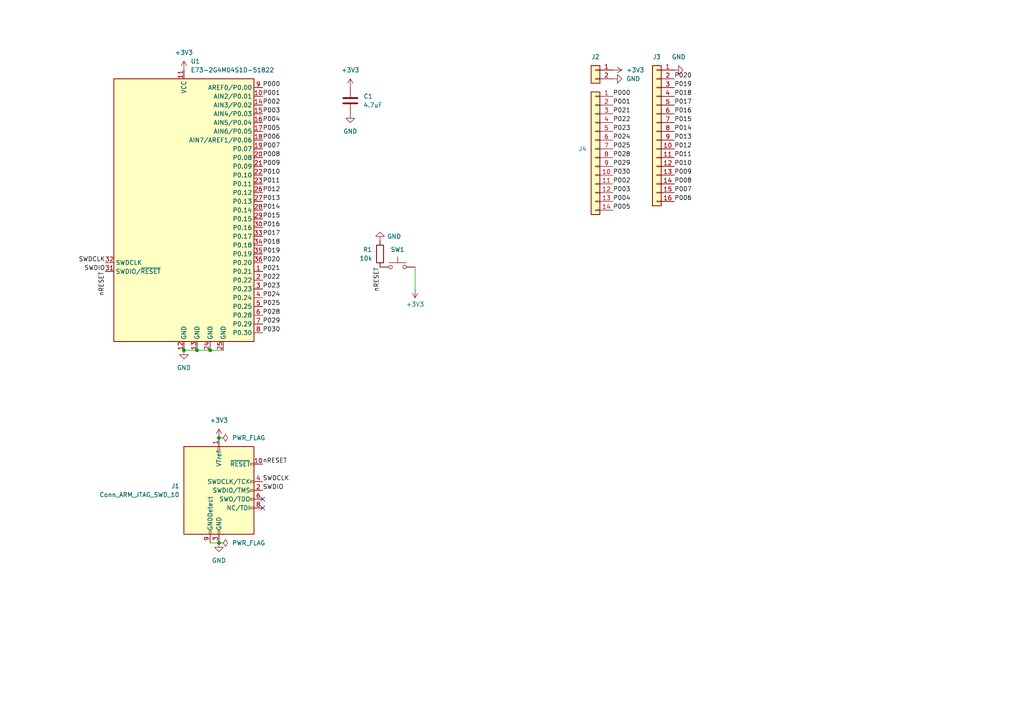
<source format=kicad_sch>
(kicad_sch (version 20230121) (generator eeschema)

  (uuid f6e5ecd9-5ec4-404f-8f96-dcf253f13277)

  (paper "A4")

  (title_block
    (title "E73-2G4M04S1D-51822 Breakout")
    (date "2023-06-24")
    (rev "v0.1")
    (company "Namnlos")
    (comment 1 "Jan Lindblom")
  )

  (lib_symbols
    (symbol "Connector:Conn_ARM_JTAG_SWD_10" (pin_names (offset 1.016)) (in_bom yes) (on_board yes)
      (property "Reference" "J" (at -2.54 16.51 0)
        (effects (font (size 1.27 1.27)) (justify right))
      )
      (property "Value" "Conn_ARM_JTAG_SWD_10" (at -2.54 13.97 0)
        (effects (font (size 1.27 1.27)) (justify right bottom))
      )
      (property "Footprint" "" (at 0 0 0)
        (effects (font (size 1.27 1.27)) hide)
      )
      (property "Datasheet" "http://infocenter.arm.com/help/topic/com.arm.doc.ddi0314h/DDI0314H_coresight_components_trm.pdf" (at -8.89 -31.75 90)
        (effects (font (size 1.27 1.27)) hide)
      )
      (property "ki_keywords" "Cortex Debug Connector ARM SWD JTAG" (at 0 0 0)
        (effects (font (size 1.27 1.27)) hide)
      )
      (property "ki_description" "Cortex Debug Connector, standard ARM Cortex-M SWD and JTAG interface" (at 0 0 0)
        (effects (font (size 1.27 1.27)) hide)
      )
      (property "ki_fp_filters" "PinHeader?2x05?P1.27mm*" (at 0 0 0)
        (effects (font (size 1.27 1.27)) hide)
      )
      (symbol "Conn_ARM_JTAG_SWD_10_0_1"
        (rectangle (start -10.16 12.7) (end 10.16 -12.7)
          (stroke (width 0.254) (type default))
          (fill (type background))
        )
        (rectangle (start -2.794 -12.7) (end -2.286 -11.684)
          (stroke (width 0) (type default))
          (fill (type none))
        )
        (rectangle (start -0.254 -12.7) (end 0.254 -11.684)
          (stroke (width 0) (type default))
          (fill (type none))
        )
        (rectangle (start -0.254 12.7) (end 0.254 11.684)
          (stroke (width 0) (type default))
          (fill (type none))
        )
        (rectangle (start 9.144 2.286) (end 10.16 2.794)
          (stroke (width 0) (type default))
          (fill (type none))
        )
        (rectangle (start 10.16 -2.794) (end 9.144 -2.286)
          (stroke (width 0) (type default))
          (fill (type none))
        )
        (rectangle (start 10.16 -0.254) (end 9.144 0.254)
          (stroke (width 0) (type default))
          (fill (type none))
        )
        (rectangle (start 10.16 7.874) (end 9.144 7.366)
          (stroke (width 0) (type default))
          (fill (type none))
        )
      )
      (symbol "Conn_ARM_JTAG_SWD_10_1_1"
        (rectangle (start 9.144 -5.334) (end 10.16 -4.826)
          (stroke (width 0) (type default))
          (fill (type none))
        )
        (pin power_in line (at 0 15.24 270) (length 2.54)
          (name "VTref" (effects (font (size 1.27 1.27))))
          (number "1" (effects (font (size 1.27 1.27))))
        )
        (pin open_collector line (at 12.7 7.62 180) (length 2.54)
          (name "~{RESET}" (effects (font (size 1.27 1.27))))
          (number "10" (effects (font (size 1.27 1.27))))
        )
        (pin bidirectional line (at 12.7 0 180) (length 2.54)
          (name "SWDIO/TMS" (effects (font (size 1.27 1.27))))
          (number "2" (effects (font (size 1.27 1.27))))
        )
        (pin power_in line (at 0 -15.24 90) (length 2.54)
          (name "GND" (effects (font (size 1.27 1.27))))
          (number "3" (effects (font (size 1.27 1.27))))
        )
        (pin output line (at 12.7 2.54 180) (length 2.54)
          (name "SWDCLK/TCK" (effects (font (size 1.27 1.27))))
          (number "4" (effects (font (size 1.27 1.27))))
        )
        (pin passive line (at 0 -15.24 90) (length 2.54) hide
          (name "GND" (effects (font (size 1.27 1.27))))
          (number "5" (effects (font (size 1.27 1.27))))
        )
        (pin input line (at 12.7 -2.54 180) (length 2.54)
          (name "SWO/TDO" (effects (font (size 1.27 1.27))))
          (number "6" (effects (font (size 1.27 1.27))))
        )
        (pin no_connect line (at -10.16 0 0) (length 2.54) hide
          (name "KEY" (effects (font (size 1.27 1.27))))
          (number "7" (effects (font (size 1.27 1.27))))
        )
        (pin output line (at 12.7 -5.08 180) (length 2.54)
          (name "NC/TDI" (effects (font (size 1.27 1.27))))
          (number "8" (effects (font (size 1.27 1.27))))
        )
        (pin passive line (at -2.54 -15.24 90) (length 2.54)
          (name "GNDDetect" (effects (font (size 1.27 1.27))))
          (number "9" (effects (font (size 1.27 1.27))))
        )
      )
    )
    (symbol "Connector_Generic:Conn_01x02" (pin_names (offset 1.016) hide) (in_bom yes) (on_board yes)
      (property "Reference" "J" (at 0 2.54 0)
        (effects (font (size 1.27 1.27)))
      )
      (property "Value" "Conn_01x02" (at 0 -5.08 0)
        (effects (font (size 1.27 1.27)))
      )
      (property "Footprint" "" (at 0 0 0)
        (effects (font (size 1.27 1.27)) hide)
      )
      (property "Datasheet" "~" (at 0 0 0)
        (effects (font (size 1.27 1.27)) hide)
      )
      (property "ki_keywords" "connector" (at 0 0 0)
        (effects (font (size 1.27 1.27)) hide)
      )
      (property "ki_description" "Generic connector, single row, 01x02, script generated (kicad-library-utils/schlib/autogen/connector/)" (at 0 0 0)
        (effects (font (size 1.27 1.27)) hide)
      )
      (property "ki_fp_filters" "Connector*:*_1x??_*" (at 0 0 0)
        (effects (font (size 1.27 1.27)) hide)
      )
      (symbol "Conn_01x02_1_1"
        (rectangle (start -1.27 -2.413) (end 0 -2.667)
          (stroke (width 0.1524) (type default))
          (fill (type none))
        )
        (rectangle (start -1.27 0.127) (end 0 -0.127)
          (stroke (width 0.1524) (type default))
          (fill (type none))
        )
        (rectangle (start -1.27 1.27) (end 1.27 -3.81)
          (stroke (width 0.254) (type default))
          (fill (type background))
        )
        (pin passive line (at -5.08 0 0) (length 3.81)
          (name "Pin_1" (effects (font (size 1.27 1.27))))
          (number "1" (effects (font (size 1.27 1.27))))
        )
        (pin passive line (at -5.08 -2.54 0) (length 3.81)
          (name "Pin_2" (effects (font (size 1.27 1.27))))
          (number "2" (effects (font (size 1.27 1.27))))
        )
      )
    )
    (symbol "Connector_Generic:Conn_01x14" (pin_names (offset 1.016) hide) (in_bom yes) (on_board yes)
      (property "Reference" "J" (at 0 17.78 0)
        (effects (font (size 1.27 1.27)))
      )
      (property "Value" "Conn_01x14" (at 0 -20.32 0)
        (effects (font (size 1.27 1.27)))
      )
      (property "Footprint" "" (at 0 0 0)
        (effects (font (size 1.27 1.27)) hide)
      )
      (property "Datasheet" "~" (at 0 0 0)
        (effects (font (size 1.27 1.27)) hide)
      )
      (property "ki_keywords" "connector" (at 0 0 0)
        (effects (font (size 1.27 1.27)) hide)
      )
      (property "ki_description" "Generic connector, single row, 01x14, script generated (kicad-library-utils/schlib/autogen/connector/)" (at 0 0 0)
        (effects (font (size 1.27 1.27)) hide)
      )
      (property "ki_fp_filters" "Connector*:*_1x??_*" (at 0 0 0)
        (effects (font (size 1.27 1.27)) hide)
      )
      (symbol "Conn_01x14_1_1"
        (rectangle (start -1.27 -17.653) (end 0 -17.907)
          (stroke (width 0.1524) (type default))
          (fill (type none))
        )
        (rectangle (start -1.27 -15.113) (end 0 -15.367)
          (stroke (width 0.1524) (type default))
          (fill (type none))
        )
        (rectangle (start -1.27 -12.573) (end 0 -12.827)
          (stroke (width 0.1524) (type default))
          (fill (type none))
        )
        (rectangle (start -1.27 -10.033) (end 0 -10.287)
          (stroke (width 0.1524) (type default))
          (fill (type none))
        )
        (rectangle (start -1.27 -7.493) (end 0 -7.747)
          (stroke (width 0.1524) (type default))
          (fill (type none))
        )
        (rectangle (start -1.27 -4.953) (end 0 -5.207)
          (stroke (width 0.1524) (type default))
          (fill (type none))
        )
        (rectangle (start -1.27 -2.413) (end 0 -2.667)
          (stroke (width 0.1524) (type default))
          (fill (type none))
        )
        (rectangle (start -1.27 0.127) (end 0 -0.127)
          (stroke (width 0.1524) (type default))
          (fill (type none))
        )
        (rectangle (start -1.27 2.667) (end 0 2.413)
          (stroke (width 0.1524) (type default))
          (fill (type none))
        )
        (rectangle (start -1.27 5.207) (end 0 4.953)
          (stroke (width 0.1524) (type default))
          (fill (type none))
        )
        (rectangle (start -1.27 7.747) (end 0 7.493)
          (stroke (width 0.1524) (type default))
          (fill (type none))
        )
        (rectangle (start -1.27 10.287) (end 0 10.033)
          (stroke (width 0.1524) (type default))
          (fill (type none))
        )
        (rectangle (start -1.27 12.827) (end 0 12.573)
          (stroke (width 0.1524) (type default))
          (fill (type none))
        )
        (rectangle (start -1.27 15.367) (end 0 15.113)
          (stroke (width 0.1524) (type default))
          (fill (type none))
        )
        (rectangle (start -1.27 16.51) (end 1.27 -19.05)
          (stroke (width 0.254) (type default))
          (fill (type background))
        )
        (pin passive line (at -5.08 15.24 0) (length 3.81)
          (name "Pin_1" (effects (font (size 1.27 1.27))))
          (number "1" (effects (font (size 1.27 1.27))))
        )
        (pin passive line (at -5.08 -7.62 0) (length 3.81)
          (name "Pin_10" (effects (font (size 1.27 1.27))))
          (number "10" (effects (font (size 1.27 1.27))))
        )
        (pin passive line (at -5.08 -10.16 0) (length 3.81)
          (name "Pin_11" (effects (font (size 1.27 1.27))))
          (number "11" (effects (font (size 1.27 1.27))))
        )
        (pin passive line (at -5.08 -12.7 0) (length 3.81)
          (name "Pin_12" (effects (font (size 1.27 1.27))))
          (number "12" (effects (font (size 1.27 1.27))))
        )
        (pin passive line (at -5.08 -15.24 0) (length 3.81)
          (name "Pin_13" (effects (font (size 1.27 1.27))))
          (number "13" (effects (font (size 1.27 1.27))))
        )
        (pin passive line (at -5.08 -17.78 0) (length 3.81)
          (name "Pin_14" (effects (font (size 1.27 1.27))))
          (number "14" (effects (font (size 1.27 1.27))))
        )
        (pin passive line (at -5.08 12.7 0) (length 3.81)
          (name "Pin_2" (effects (font (size 1.27 1.27))))
          (number "2" (effects (font (size 1.27 1.27))))
        )
        (pin passive line (at -5.08 10.16 0) (length 3.81)
          (name "Pin_3" (effects (font (size 1.27 1.27))))
          (number "3" (effects (font (size 1.27 1.27))))
        )
        (pin passive line (at -5.08 7.62 0) (length 3.81)
          (name "Pin_4" (effects (font (size 1.27 1.27))))
          (number "4" (effects (font (size 1.27 1.27))))
        )
        (pin passive line (at -5.08 5.08 0) (length 3.81)
          (name "Pin_5" (effects (font (size 1.27 1.27))))
          (number "5" (effects (font (size 1.27 1.27))))
        )
        (pin passive line (at -5.08 2.54 0) (length 3.81)
          (name "Pin_6" (effects (font (size 1.27 1.27))))
          (number "6" (effects (font (size 1.27 1.27))))
        )
        (pin passive line (at -5.08 0 0) (length 3.81)
          (name "Pin_7" (effects (font (size 1.27 1.27))))
          (number "7" (effects (font (size 1.27 1.27))))
        )
        (pin passive line (at -5.08 -2.54 0) (length 3.81)
          (name "Pin_8" (effects (font (size 1.27 1.27))))
          (number "8" (effects (font (size 1.27 1.27))))
        )
        (pin passive line (at -5.08 -5.08 0) (length 3.81)
          (name "Pin_9" (effects (font (size 1.27 1.27))))
          (number "9" (effects (font (size 1.27 1.27))))
        )
      )
    )
    (symbol "Connector_Generic:Conn_01x16" (pin_names (offset 1.016) hide) (in_bom yes) (on_board yes)
      (property "Reference" "J" (at 0 20.32 0)
        (effects (font (size 1.27 1.27)))
      )
      (property "Value" "Conn_01x16" (at 0 -22.86 0)
        (effects (font (size 1.27 1.27)))
      )
      (property "Footprint" "" (at 0 0 0)
        (effects (font (size 1.27 1.27)) hide)
      )
      (property "Datasheet" "~" (at 0 0 0)
        (effects (font (size 1.27 1.27)) hide)
      )
      (property "ki_keywords" "connector" (at 0 0 0)
        (effects (font (size 1.27 1.27)) hide)
      )
      (property "ki_description" "Generic connector, single row, 01x16, script generated (kicad-library-utils/schlib/autogen/connector/)" (at 0 0 0)
        (effects (font (size 1.27 1.27)) hide)
      )
      (property "ki_fp_filters" "Connector*:*_1x??_*" (at 0 0 0)
        (effects (font (size 1.27 1.27)) hide)
      )
      (symbol "Conn_01x16_1_1"
        (rectangle (start -1.27 -20.193) (end 0 -20.447)
          (stroke (width 0.1524) (type default))
          (fill (type none))
        )
        (rectangle (start -1.27 -17.653) (end 0 -17.907)
          (stroke (width 0.1524) (type default))
          (fill (type none))
        )
        (rectangle (start -1.27 -15.113) (end 0 -15.367)
          (stroke (width 0.1524) (type default))
          (fill (type none))
        )
        (rectangle (start -1.27 -12.573) (end 0 -12.827)
          (stroke (width 0.1524) (type default))
          (fill (type none))
        )
        (rectangle (start -1.27 -10.033) (end 0 -10.287)
          (stroke (width 0.1524) (type default))
          (fill (type none))
        )
        (rectangle (start -1.27 -7.493) (end 0 -7.747)
          (stroke (width 0.1524) (type default))
          (fill (type none))
        )
        (rectangle (start -1.27 -4.953) (end 0 -5.207)
          (stroke (width 0.1524) (type default))
          (fill (type none))
        )
        (rectangle (start -1.27 -2.413) (end 0 -2.667)
          (stroke (width 0.1524) (type default))
          (fill (type none))
        )
        (rectangle (start -1.27 0.127) (end 0 -0.127)
          (stroke (width 0.1524) (type default))
          (fill (type none))
        )
        (rectangle (start -1.27 2.667) (end 0 2.413)
          (stroke (width 0.1524) (type default))
          (fill (type none))
        )
        (rectangle (start -1.27 5.207) (end 0 4.953)
          (stroke (width 0.1524) (type default))
          (fill (type none))
        )
        (rectangle (start -1.27 7.747) (end 0 7.493)
          (stroke (width 0.1524) (type default))
          (fill (type none))
        )
        (rectangle (start -1.27 10.287) (end 0 10.033)
          (stroke (width 0.1524) (type default))
          (fill (type none))
        )
        (rectangle (start -1.27 12.827) (end 0 12.573)
          (stroke (width 0.1524) (type default))
          (fill (type none))
        )
        (rectangle (start -1.27 15.367) (end 0 15.113)
          (stroke (width 0.1524) (type default))
          (fill (type none))
        )
        (rectangle (start -1.27 17.907) (end 0 17.653)
          (stroke (width 0.1524) (type default))
          (fill (type none))
        )
        (rectangle (start -1.27 19.05) (end 1.27 -21.59)
          (stroke (width 0.254) (type default))
          (fill (type background))
        )
        (pin passive line (at -5.08 17.78 0) (length 3.81)
          (name "Pin_1" (effects (font (size 1.27 1.27))))
          (number "1" (effects (font (size 1.27 1.27))))
        )
        (pin passive line (at -5.08 -5.08 0) (length 3.81)
          (name "Pin_10" (effects (font (size 1.27 1.27))))
          (number "10" (effects (font (size 1.27 1.27))))
        )
        (pin passive line (at -5.08 -7.62 0) (length 3.81)
          (name "Pin_11" (effects (font (size 1.27 1.27))))
          (number "11" (effects (font (size 1.27 1.27))))
        )
        (pin passive line (at -5.08 -10.16 0) (length 3.81)
          (name "Pin_12" (effects (font (size 1.27 1.27))))
          (number "12" (effects (font (size 1.27 1.27))))
        )
        (pin passive line (at -5.08 -12.7 0) (length 3.81)
          (name "Pin_13" (effects (font (size 1.27 1.27))))
          (number "13" (effects (font (size 1.27 1.27))))
        )
        (pin passive line (at -5.08 -15.24 0) (length 3.81)
          (name "Pin_14" (effects (font (size 1.27 1.27))))
          (number "14" (effects (font (size 1.27 1.27))))
        )
        (pin passive line (at -5.08 -17.78 0) (length 3.81)
          (name "Pin_15" (effects (font (size 1.27 1.27))))
          (number "15" (effects (font (size 1.27 1.27))))
        )
        (pin passive line (at -5.08 -20.32 0) (length 3.81)
          (name "Pin_16" (effects (font (size 1.27 1.27))))
          (number "16" (effects (font (size 1.27 1.27))))
        )
        (pin passive line (at -5.08 15.24 0) (length 3.81)
          (name "Pin_2" (effects (font (size 1.27 1.27))))
          (number "2" (effects (font (size 1.27 1.27))))
        )
        (pin passive line (at -5.08 12.7 0) (length 3.81)
          (name "Pin_3" (effects (font (size 1.27 1.27))))
          (number "3" (effects (font (size 1.27 1.27))))
        )
        (pin passive line (at -5.08 10.16 0) (length 3.81)
          (name "Pin_4" (effects (font (size 1.27 1.27))))
          (number "4" (effects (font (size 1.27 1.27))))
        )
        (pin passive line (at -5.08 7.62 0) (length 3.81)
          (name "Pin_5" (effects (font (size 1.27 1.27))))
          (number "5" (effects (font (size 1.27 1.27))))
        )
        (pin passive line (at -5.08 5.08 0) (length 3.81)
          (name "Pin_6" (effects (font (size 1.27 1.27))))
          (number "6" (effects (font (size 1.27 1.27))))
        )
        (pin passive line (at -5.08 2.54 0) (length 3.81)
          (name "Pin_7" (effects (font (size 1.27 1.27))))
          (number "7" (effects (font (size 1.27 1.27))))
        )
        (pin passive line (at -5.08 0 0) (length 3.81)
          (name "Pin_8" (effects (font (size 1.27 1.27))))
          (number "8" (effects (font (size 1.27 1.27))))
        )
        (pin passive line (at -5.08 -2.54 0) (length 3.81)
          (name "Pin_9" (effects (font (size 1.27 1.27))))
          (number "9" (effects (font (size 1.27 1.27))))
        )
      )
    )
    (symbol "Device:C" (pin_numbers hide) (pin_names (offset 0.254)) (in_bom yes) (on_board yes)
      (property "Reference" "C" (at 0.635 2.54 0)
        (effects (font (size 1.27 1.27)) (justify left))
      )
      (property "Value" "C" (at 0.635 -2.54 0)
        (effects (font (size 1.27 1.27)) (justify left))
      )
      (property "Footprint" "" (at 0.9652 -3.81 0)
        (effects (font (size 1.27 1.27)) hide)
      )
      (property "Datasheet" "~" (at 0 0 0)
        (effects (font (size 1.27 1.27)) hide)
      )
      (property "ki_keywords" "cap capacitor" (at 0 0 0)
        (effects (font (size 1.27 1.27)) hide)
      )
      (property "ki_description" "Unpolarized capacitor" (at 0 0 0)
        (effects (font (size 1.27 1.27)) hide)
      )
      (property "ki_fp_filters" "C_*" (at 0 0 0)
        (effects (font (size 1.27 1.27)) hide)
      )
      (symbol "C_0_1"
        (polyline
          (pts
            (xy -2.032 -0.762)
            (xy 2.032 -0.762)
          )
          (stroke (width 0.508) (type default))
          (fill (type none))
        )
        (polyline
          (pts
            (xy -2.032 0.762)
            (xy 2.032 0.762)
          )
          (stroke (width 0.508) (type default))
          (fill (type none))
        )
      )
      (symbol "C_1_1"
        (pin passive line (at 0 3.81 270) (length 2.794)
          (name "~" (effects (font (size 1.27 1.27))))
          (number "1" (effects (font (size 1.27 1.27))))
        )
        (pin passive line (at 0 -3.81 90) (length 2.794)
          (name "~" (effects (font (size 1.27 1.27))))
          (number "2" (effects (font (size 1.27 1.27))))
        )
      )
    )
    (symbol "Device:R" (pin_numbers hide) (pin_names (offset 0)) (in_bom yes) (on_board yes)
      (property "Reference" "R" (at 2.032 0 90)
        (effects (font (size 1.27 1.27)))
      )
      (property "Value" "R" (at 0 0 90)
        (effects (font (size 1.27 1.27)))
      )
      (property "Footprint" "" (at -1.778 0 90)
        (effects (font (size 1.27 1.27)) hide)
      )
      (property "Datasheet" "~" (at 0 0 0)
        (effects (font (size 1.27 1.27)) hide)
      )
      (property "ki_keywords" "R res resistor" (at 0 0 0)
        (effects (font (size 1.27 1.27)) hide)
      )
      (property "ki_description" "Resistor" (at 0 0 0)
        (effects (font (size 1.27 1.27)) hide)
      )
      (property "ki_fp_filters" "R_*" (at 0 0 0)
        (effects (font (size 1.27 1.27)) hide)
      )
      (symbol "R_0_1"
        (rectangle (start -1.016 -2.54) (end 1.016 2.54)
          (stroke (width 0.254) (type default))
          (fill (type none))
        )
      )
      (symbol "R_1_1"
        (pin passive line (at 0 3.81 270) (length 1.27)
          (name "~" (effects (font (size 1.27 1.27))))
          (number "1" (effects (font (size 1.27 1.27))))
        )
        (pin passive line (at 0 -3.81 90) (length 1.27)
          (name "~" (effects (font (size 1.27 1.27))))
          (number "2" (effects (font (size 1.27 1.27))))
        )
      )
    )
    (symbol "RF_Module:E73-2G4M04S1D-51822" (in_bom yes) (on_board yes)
      (property "Reference" "U" (at 0 1.27 0)
        (effects (font (size 1.27 1.27)))
      )
      (property "Value" "E73-2G4M04S1D-51822" (at 0 -1.27 0)
        (effects (font (size 1.27 1.27)))
      )
      (property "Footprint" "RF_Module:E73-2G4M04S" (at 0 11.43 0)
        (effects (font (size 1.27 1.27)) hide)
      )
      (property "Datasheet" "https://www.cdebyte.com/pdf-down.aspx?id=558" (at 0 8.89 0)
        (effects (font (size 1.27 1.27)) hide)
      )
      (property "ki_keywords" "BLE5, BLE, nRF52832" (at 0 0 0)
        (effects (font (size 1.27 1.27)) hide)
      )
      (property "ki_description" "nRF52832 BLE5 Module" (at 0 0 0)
        (effects (font (size 1.27 1.27)) hide)
      )
      (property "ki_fp_filters" "E73*2G4M04S*" (at 0 0 0)
        (effects (font (size 1.27 1.27)) hide)
      )
      (symbol "E73-2G4M04S1D-51822_0_1"
        (rectangle (start -20.32 38.1) (end 20.32 -38.1)
          (stroke (width 0.254) (type default))
          (fill (type background))
        )
      )
      (symbol "E73-2G4M04S1D-51822_1_1"
        (pin bidirectional line (at 22.86 -17.78 180) (length 2.54)
          (name "P0.21" (effects (font (size 1.27 1.27))))
          (number "1" (effects (font (size 1.27 1.27))))
        )
        (pin bidirectional line (at 22.86 33.02 180) (length 2.54)
          (name "AIN2/P0.01" (effects (font (size 1.27 1.27))))
          (number "10" (effects (font (size 1.27 1.27))))
        )
        (pin power_in line (at 0 40.64 270) (length 2.54)
          (name "VCC" (effects (font (size 1.27 1.27))))
          (number "11" (effects (font (size 1.27 1.27))))
        )
        (pin power_in line (at 0 -40.64 90) (length 2.54)
          (name "GND" (effects (font (size 1.27 1.27))))
          (number "12" (effects (font (size 1.27 1.27))))
        )
        (pin power_in line (at 3.81 -40.64 90) (length 2.54)
          (name "GND" (effects (font (size 1.27 1.27))))
          (number "13" (effects (font (size 1.27 1.27))))
        )
        (pin bidirectional line (at 22.86 30.48 180) (length 2.54)
          (name "AIN3/P0.02" (effects (font (size 1.27 1.27))))
          (number "14" (effects (font (size 1.27 1.27))))
        )
        (pin bidirectional line (at 22.86 27.94 180) (length 2.54)
          (name "AIN4/P0.03" (effects (font (size 1.27 1.27))))
          (number "15" (effects (font (size 1.27 1.27))))
        )
        (pin bidirectional line (at 22.86 25.4 180) (length 2.54)
          (name "AIN5/P0.04" (effects (font (size 1.27 1.27))))
          (number "16" (effects (font (size 1.27 1.27))))
        )
        (pin bidirectional line (at 22.86 22.86 180) (length 2.54)
          (name "AIN6/P0.05" (effects (font (size 1.27 1.27))))
          (number "17" (effects (font (size 1.27 1.27))))
        )
        (pin bidirectional line (at 22.86 20.32 180) (length 2.54)
          (name "AIN7/AREF1/P0.06" (effects (font (size 1.27 1.27))))
          (number "18" (effects (font (size 1.27 1.27))))
        )
        (pin bidirectional line (at 22.86 17.78 180) (length 2.54)
          (name "P0.07" (effects (font (size 1.27 1.27))))
          (number "19" (effects (font (size 1.27 1.27))))
        )
        (pin bidirectional line (at 22.86 -20.32 180) (length 2.54)
          (name "P0.22" (effects (font (size 1.27 1.27))))
          (number "2" (effects (font (size 1.27 1.27))))
        )
        (pin bidirectional line (at 22.86 15.24 180) (length 2.54)
          (name "P0.08" (effects (font (size 1.27 1.27))))
          (number "20" (effects (font (size 1.27 1.27))))
        )
        (pin bidirectional line (at 22.86 12.7 180) (length 2.54)
          (name "P0.09" (effects (font (size 1.27 1.27))))
          (number "21" (effects (font (size 1.27 1.27))))
        )
        (pin bidirectional line (at 22.86 10.16 180) (length 2.54)
          (name "P0.10" (effects (font (size 1.27 1.27))))
          (number "22" (effects (font (size 1.27 1.27))))
        )
        (pin bidirectional line (at 22.86 7.62 180) (length 2.54)
          (name "P0.11" (effects (font (size 1.27 1.27))))
          (number "23" (effects (font (size 1.27 1.27))))
        )
        (pin power_in line (at 7.62 -40.64 90) (length 2.54)
          (name "GND" (effects (font (size 1.27 1.27))))
          (number "24" (effects (font (size 1.27 1.27))))
        )
        (pin power_in line (at 11.43 -40.64 90) (length 2.54)
          (name "GND" (effects (font (size 1.27 1.27))))
          (number "25" (effects (font (size 1.27 1.27))))
        )
        (pin bidirectional line (at 22.86 5.08 180) (length 2.54)
          (name "P0.12" (effects (font (size 1.27 1.27))))
          (number "26" (effects (font (size 1.27 1.27))))
        )
        (pin bidirectional line (at 22.86 2.54 180) (length 2.54)
          (name "P0.13" (effects (font (size 1.27 1.27))))
          (number "27" (effects (font (size 1.27 1.27))))
        )
        (pin bidirectional line (at 22.86 0 180) (length 2.54)
          (name "P0.14" (effects (font (size 1.27 1.27))))
          (number "28" (effects (font (size 1.27 1.27))))
        )
        (pin bidirectional line (at 22.86 -2.54 180) (length 2.54)
          (name "P0.15" (effects (font (size 1.27 1.27))))
          (number "29" (effects (font (size 1.27 1.27))))
        )
        (pin bidirectional line (at 22.86 -22.86 180) (length 2.54)
          (name "P0.23" (effects (font (size 1.27 1.27))))
          (number "3" (effects (font (size 1.27 1.27))))
        )
        (pin bidirectional line (at 22.86 -5.08 180) (length 2.54)
          (name "P0.16" (effects (font (size 1.27 1.27))))
          (number "30" (effects (font (size 1.27 1.27))))
        )
        (pin input line (at -22.86 -17.78 0) (length 2.54)
          (name "SWDIO/~{RESET}" (effects (font (size 1.27 1.27))))
          (number "31" (effects (font (size 1.27 1.27))))
        )
        (pin input line (at -22.86 -15.24 0) (length 2.54)
          (name "SWDCLK" (effects (font (size 1.27 1.27))))
          (number "32" (effects (font (size 1.27 1.27))))
        )
        (pin bidirectional line (at 22.86 -7.62 180) (length 2.54)
          (name "P0.17" (effects (font (size 1.27 1.27))))
          (number "33" (effects (font (size 1.27 1.27))))
        )
        (pin bidirectional line (at 22.86 -10.16 180) (length 2.54)
          (name "P0.18" (effects (font (size 1.27 1.27))))
          (number "34" (effects (font (size 1.27 1.27))))
        )
        (pin bidirectional line (at 22.86 -12.7 180) (length 2.54)
          (name "P0.19" (effects (font (size 1.27 1.27))))
          (number "35" (effects (font (size 1.27 1.27))))
        )
        (pin bidirectional line (at 22.86 -15.24 180) (length 2.54)
          (name "P0.20" (effects (font (size 1.27 1.27))))
          (number "36" (effects (font (size 1.27 1.27))))
        )
        (pin bidirectional line (at 22.86 -25.4 180) (length 2.54)
          (name "P0.24" (effects (font (size 1.27 1.27))))
          (number "4" (effects (font (size 1.27 1.27))))
        )
        (pin bidirectional line (at 22.86 -27.94 180) (length 2.54)
          (name "P0.25" (effects (font (size 1.27 1.27))))
          (number "5" (effects (font (size 1.27 1.27))))
        )
        (pin bidirectional line (at 22.86 -30.48 180) (length 2.54)
          (name "P0.28" (effects (font (size 1.27 1.27))))
          (number "6" (effects (font (size 1.27 1.27))))
        )
        (pin bidirectional line (at 22.86 -33.02 180) (length 2.54)
          (name "P0.29" (effects (font (size 1.27 1.27))))
          (number "7" (effects (font (size 1.27 1.27))))
        )
        (pin bidirectional line (at 22.86 -35.56 180) (length 2.54)
          (name "P0.30" (effects (font (size 1.27 1.27))))
          (number "8" (effects (font (size 1.27 1.27))))
        )
        (pin bidirectional line (at 22.86 35.56 180) (length 2.54)
          (name "AREF0/P0.00" (effects (font (size 1.27 1.27))))
          (number "9" (effects (font (size 1.27 1.27))))
        )
      )
    )
    (symbol "Switch:SW_Push" (pin_numbers hide) (pin_names (offset 1.016) hide) (in_bom yes) (on_board yes)
      (property "Reference" "SW" (at 1.27 2.54 0)
        (effects (font (size 1.27 1.27)) (justify left))
      )
      (property "Value" "SW_Push" (at 0 -1.524 0)
        (effects (font (size 1.27 1.27)))
      )
      (property "Footprint" "" (at 0 5.08 0)
        (effects (font (size 1.27 1.27)) hide)
      )
      (property "Datasheet" "~" (at 0 5.08 0)
        (effects (font (size 1.27 1.27)) hide)
      )
      (property "ki_keywords" "switch normally-open pushbutton push-button" (at 0 0 0)
        (effects (font (size 1.27 1.27)) hide)
      )
      (property "ki_description" "Push button switch, generic, two pins" (at 0 0 0)
        (effects (font (size 1.27 1.27)) hide)
      )
      (symbol "SW_Push_0_1"
        (circle (center -2.032 0) (radius 0.508)
          (stroke (width 0) (type default))
          (fill (type none))
        )
        (polyline
          (pts
            (xy 0 1.27)
            (xy 0 3.048)
          )
          (stroke (width 0) (type default))
          (fill (type none))
        )
        (polyline
          (pts
            (xy 2.54 1.27)
            (xy -2.54 1.27)
          )
          (stroke (width 0) (type default))
          (fill (type none))
        )
        (circle (center 2.032 0) (radius 0.508)
          (stroke (width 0) (type default))
          (fill (type none))
        )
        (pin passive line (at -5.08 0 0) (length 2.54)
          (name "1" (effects (font (size 1.27 1.27))))
          (number "1" (effects (font (size 1.27 1.27))))
        )
        (pin passive line (at 5.08 0 180) (length 2.54)
          (name "2" (effects (font (size 1.27 1.27))))
          (number "2" (effects (font (size 1.27 1.27))))
        )
      )
    )
    (symbol "power:+3V3" (power) (pin_names (offset 0)) (in_bom yes) (on_board yes)
      (property "Reference" "#PWR" (at 0 -3.81 0)
        (effects (font (size 1.27 1.27)) hide)
      )
      (property "Value" "+3V3" (at 0 3.556 0)
        (effects (font (size 1.27 1.27)))
      )
      (property "Footprint" "" (at 0 0 0)
        (effects (font (size 1.27 1.27)) hide)
      )
      (property "Datasheet" "" (at 0 0 0)
        (effects (font (size 1.27 1.27)) hide)
      )
      (property "ki_keywords" "global power" (at 0 0 0)
        (effects (font (size 1.27 1.27)) hide)
      )
      (property "ki_description" "Power symbol creates a global label with name \"+3V3\"" (at 0 0 0)
        (effects (font (size 1.27 1.27)) hide)
      )
      (symbol "+3V3_0_1"
        (polyline
          (pts
            (xy -0.762 1.27)
            (xy 0 2.54)
          )
          (stroke (width 0) (type default))
          (fill (type none))
        )
        (polyline
          (pts
            (xy 0 0)
            (xy 0 2.54)
          )
          (stroke (width 0) (type default))
          (fill (type none))
        )
        (polyline
          (pts
            (xy 0 2.54)
            (xy 0.762 1.27)
          )
          (stroke (width 0) (type default))
          (fill (type none))
        )
      )
      (symbol "+3V3_1_1"
        (pin power_in line (at 0 0 90) (length 0) hide
          (name "+3V3" (effects (font (size 1.27 1.27))))
          (number "1" (effects (font (size 1.27 1.27))))
        )
      )
    )
    (symbol "power:GND" (power) (pin_names (offset 0)) (in_bom yes) (on_board yes)
      (property "Reference" "#PWR" (at 0 -6.35 0)
        (effects (font (size 1.27 1.27)) hide)
      )
      (property "Value" "GND" (at 0 -3.81 0)
        (effects (font (size 1.27 1.27)))
      )
      (property "Footprint" "" (at 0 0 0)
        (effects (font (size 1.27 1.27)) hide)
      )
      (property "Datasheet" "" (at 0 0 0)
        (effects (font (size 1.27 1.27)) hide)
      )
      (property "ki_keywords" "global power" (at 0 0 0)
        (effects (font (size 1.27 1.27)) hide)
      )
      (property "ki_description" "Power symbol creates a global label with name \"GND\" , ground" (at 0 0 0)
        (effects (font (size 1.27 1.27)) hide)
      )
      (symbol "GND_0_1"
        (polyline
          (pts
            (xy 0 0)
            (xy 0 -1.27)
            (xy 1.27 -1.27)
            (xy 0 -2.54)
            (xy -1.27 -1.27)
            (xy 0 -1.27)
          )
          (stroke (width 0) (type default))
          (fill (type none))
        )
      )
      (symbol "GND_1_1"
        (pin power_in line (at 0 0 270) (length 0) hide
          (name "GND" (effects (font (size 1.27 1.27))))
          (number "1" (effects (font (size 1.27 1.27))))
        )
      )
    )
    (symbol "power:PWR_FLAG" (power) (pin_numbers hide) (pin_names (offset 0) hide) (in_bom yes) (on_board yes)
      (property "Reference" "#FLG" (at 0 1.905 0)
        (effects (font (size 1.27 1.27)) hide)
      )
      (property "Value" "PWR_FLAG" (at 0 3.81 0)
        (effects (font (size 1.27 1.27)))
      )
      (property "Footprint" "" (at 0 0 0)
        (effects (font (size 1.27 1.27)) hide)
      )
      (property "Datasheet" "~" (at 0 0 0)
        (effects (font (size 1.27 1.27)) hide)
      )
      (property "ki_keywords" "flag power" (at 0 0 0)
        (effects (font (size 1.27 1.27)) hide)
      )
      (property "ki_description" "Special symbol for telling ERC where power comes from" (at 0 0 0)
        (effects (font (size 1.27 1.27)) hide)
      )
      (symbol "PWR_FLAG_0_0"
        (pin power_out line (at 0 0 90) (length 0)
          (name "pwr" (effects (font (size 1.27 1.27))))
          (number "1" (effects (font (size 1.27 1.27))))
        )
      )
      (symbol "PWR_FLAG_0_1"
        (polyline
          (pts
            (xy 0 0)
            (xy 0 1.27)
            (xy -1.016 1.905)
            (xy 0 2.54)
            (xy 1.016 1.905)
            (xy 0 1.27)
          )
          (stroke (width 0) (type default))
          (fill (type none))
        )
      )
    )
  )

  (junction (at 53.34 101.6) (diameter 0) (color 0 0 0 0)
    (uuid 207e2e8b-b04d-4b3b-b42d-dd8041f837c8)
  )
  (junction (at 57.15 101.6) (diameter 0) (color 0 0 0 0)
    (uuid 3d1811cb-70f6-4cbd-8d4f-13549098ec82)
  )
  (junction (at 60.96 101.6) (diameter 0) (color 0 0 0 0)
    (uuid af734e5b-ea7e-4415-b267-641c3340a7dd)
  )
  (junction (at 63.5 127) (diameter 0) (color 0 0 0 0)
    (uuid e177ad62-ce55-4a2f-b1a8-562cfe0fa50e)
  )
  (junction (at 63.5 157.48) (diameter 0) (color 0 0 0 0)
    (uuid f08338b2-bf73-4d85-93ad-ab78d4d57716)
  )

  (no_connect (at 76.2 144.78) (uuid 60d19293-3b53-4e88-9660-3ba44905e5f7))
  (no_connect (at 76.2 147.32) (uuid d43b4bc9-5c32-4bf1-87b6-627d7be3e446))

  (wire (pts (xy 53.34 101.6) (xy 57.15 101.6))
    (stroke (width 0) (type default))
    (uuid 0421d79c-f238-4d68-923b-4182b7d04c8f)
  )
  (wire (pts (xy 120.396 83.82) (xy 120.396 77.47))
    (stroke (width 0) (type default))
    (uuid 4bd67015-d26d-4e14-af7b-a74e5fc5d07c)
  )
  (wire (pts (xy 60.96 101.6) (xy 64.77 101.6))
    (stroke (width 0) (type default))
    (uuid 824e9a68-8542-495d-bf56-4888f0230799)
  )
  (wire (pts (xy 57.15 101.6) (xy 60.96 101.6))
    (stroke (width 0) (type default))
    (uuid 88319ada-0ffe-4d42-9960-fa1a0a2041a4)
  )
  (wire (pts (xy 63.5 157.48) (xy 60.96 157.48))
    (stroke (width 0) (type default))
    (uuid 8c486c15-79d6-40a3-ba0c-524b1afcc3d7)
  )

  (label "P024" (at 76.2 86.36 0) (fields_autoplaced)
    (effects (font (size 1.27 1.27)) (justify left bottom))
    (uuid 0273372a-0b58-4911-b880-9919c54640ba)
  )
  (label "P017" (at 76.2 68.58 0) (fields_autoplaced)
    (effects (font (size 1.27 1.27)) (justify left bottom))
    (uuid 04735969-110c-464f-82f0-0ad3853b27e3)
  )
  (label "P023" (at 76.2 83.82 0) (fields_autoplaced)
    (effects (font (size 1.27 1.27)) (justify left bottom))
    (uuid 06f5f2b3-fabb-4f2d-97c8-5a5e2515a94b)
  )
  (label "P008" (at 195.58 53.34 0) (fields_autoplaced)
    (effects (font (size 1.27 1.27)) (justify left bottom))
    (uuid 0734cb9c-2593-4131-bb60-a68bf9748057)
  )
  (label "P019" (at 195.58 25.4 0) (fields_autoplaced)
    (effects (font (size 1.27 1.27)) (justify left bottom))
    (uuid 0a131ffd-9969-4680-b833-cac60c8264ef)
  )
  (label "nRESET" (at 30.48 78.74 270) (fields_autoplaced)
    (effects (font (size 1.27 1.27)) (justify right bottom))
    (uuid 0af96858-2e14-47ed-b4f1-93f27ce51a5c)
  )
  (label "P022" (at 177.8 35.56 0) (fields_autoplaced)
    (effects (font (size 1.27 1.27)) (justify left bottom))
    (uuid 0b4d524b-d012-4ba6-b3a5-7d16a97db2e8)
  )
  (label "P014" (at 76.2 60.96 0) (fields_autoplaced)
    (effects (font (size 1.27 1.27)) (justify left bottom))
    (uuid 0e4a3421-5616-4b36-9aef-a02215a3568f)
  )
  (label "P008" (at 76.2 45.72 0) (fields_autoplaced)
    (effects (font (size 1.27 1.27)) (justify left bottom))
    (uuid 0fb1f311-5694-4409-a1ca-59104d9599b0)
  )
  (label "P006" (at 195.58 58.42 0) (fields_autoplaced)
    (effects (font (size 1.27 1.27)) (justify left bottom))
    (uuid 1120c720-6097-4686-9775-1ad9e5987ec0)
  )
  (label "P028" (at 177.8 45.72 0) (fields_autoplaced)
    (effects (font (size 1.27 1.27)) (justify left bottom))
    (uuid 11d411a1-245c-4e43-821e-2b66356b99a1)
  )
  (label "P018" (at 76.2 71.12 0) (fields_autoplaced)
    (effects (font (size 1.27 1.27)) (justify left bottom))
    (uuid 1a30b123-67a9-488b-a6db-84135f6ceeef)
  )
  (label "P001" (at 177.8 30.48 0) (fields_autoplaced)
    (effects (font (size 1.27 1.27)) (justify left bottom))
    (uuid 1b1ef2b0-9932-4630-b1a6-a7fef8c8339e)
  )
  (label "P004" (at 76.2 35.56 0) (fields_autoplaced)
    (effects (font (size 1.27 1.27)) (justify left bottom))
    (uuid 1d343111-f0e0-40f5-8de1-a68e4dee20c3)
  )
  (label "SWDIO" (at 30.48 78.74 180) (fields_autoplaced)
    (effects (font (size 1.27 1.27)) (justify right bottom))
    (uuid 1e38e6a6-0b69-49f0-ab0d-6babd91f71db)
  )
  (label "P021" (at 76.2 78.74 0) (fields_autoplaced)
    (effects (font (size 1.27 1.27)) (justify left bottom))
    (uuid 2548d1d2-3c4a-45be-a09b-173c13c0f87b)
  )
  (label "SWDIO" (at 76.2 142.24 0) (fields_autoplaced)
    (effects (font (size 1.27 1.27)) (justify left bottom))
    (uuid 2680b0dd-1c89-44e5-ad09-6d4a26935a22)
  )
  (label "P014" (at 195.58 38.1 0) (fields_autoplaced)
    (effects (font (size 1.27 1.27)) (justify left bottom))
    (uuid 289f48bf-f3ab-451b-a46c-cfebccb6c01a)
  )
  (label "P030" (at 177.8 50.8 0) (fields_autoplaced)
    (effects (font (size 1.27 1.27)) (justify left bottom))
    (uuid 2d7525fc-544d-4134-98c4-78dbc09393ba)
  )
  (label "P009" (at 76.2 48.26 0) (fields_autoplaced)
    (effects (font (size 1.27 1.27)) (justify left bottom))
    (uuid 33dfe006-530d-461e-907d-72c803375eeb)
  )
  (label "P016" (at 76.2 66.04 0) (fields_autoplaced)
    (effects (font (size 1.27 1.27)) (justify left bottom))
    (uuid 39a9921c-40bd-43bd-98c9-4d8f5e6bfd86)
  )
  (label "P000" (at 76.2 25.4 0) (fields_autoplaced)
    (effects (font (size 1.27 1.27)) (justify left bottom))
    (uuid 465492df-652e-46ef-80de-3b28263f76db)
  )
  (label "P016" (at 195.58 33.02 0) (fields_autoplaced)
    (effects (font (size 1.27 1.27)) (justify left bottom))
    (uuid 4898f3b2-82ed-462d-9b20-d19d7aa5d392)
  )
  (label "P030" (at 76.2 96.52 0) (fields_autoplaced)
    (effects (font (size 1.27 1.27)) (justify left bottom))
    (uuid 49cb754f-0014-4a76-a1bf-a016743d0e50)
  )
  (label "P029" (at 76.2 93.98 0) (fields_autoplaced)
    (effects (font (size 1.27 1.27)) (justify left bottom))
    (uuid 4deca09d-1f02-450d-add0-7d92b1a0341b)
  )
  (label "P025" (at 177.8 43.18 0) (fields_autoplaced)
    (effects (font (size 1.27 1.27)) (justify left bottom))
    (uuid 4fe37b9d-8a5b-49ac-a131-96ae4f41ce76)
  )
  (label "P020" (at 195.58 22.86 0) (fields_autoplaced)
    (effects (font (size 1.27 1.27)) (justify left bottom))
    (uuid 584e69d7-7419-47a9-992e-dd1b461398da)
  )
  (label "P018" (at 195.58 27.94 0) (fields_autoplaced)
    (effects (font (size 1.27 1.27)) (justify left bottom))
    (uuid 59c8fb8d-2fcb-417a-b56e-5544b52d2f9f)
  )
  (label "nRESET" (at 76.2 134.62 0) (fields_autoplaced)
    (effects (font (size 1.27 1.27)) (justify left bottom))
    (uuid 5d6c0728-9603-43e4-bd92-ce9819343bb0)
  )
  (label "P011" (at 76.2 53.34 0) (fields_autoplaced)
    (effects (font (size 1.27 1.27)) (justify left bottom))
    (uuid 5e2ea3fd-cd74-4fcd-95a1-43da1bfce7ad)
  )
  (label "P002" (at 76.2 30.48 0) (fields_autoplaced)
    (effects (font (size 1.27 1.27)) (justify left bottom))
    (uuid 61c09fe9-5089-4b82-b406-a8ebe7163b9e)
  )
  (label "SWDCLK" (at 30.48 76.2 180) (fields_autoplaced)
    (effects (font (size 1.27 1.27)) (justify right bottom))
    (uuid 6286224d-9142-490c-90e8-0c8fcecfab19)
  )
  (label "P000" (at 177.8 27.94 0) (fields_autoplaced)
    (effects (font (size 1.27 1.27)) (justify left bottom))
    (uuid 6906580d-092d-4e04-9f8a-5bd45c6283a0)
  )
  (label "P006" (at 76.2 40.64 0) (fields_autoplaced)
    (effects (font (size 1.27 1.27)) (justify left bottom))
    (uuid 6c144e9e-edd9-4e7e-830d-d65e2ab44c93)
  )
  (label "P022" (at 76.2 81.28 0) (fields_autoplaced)
    (effects (font (size 1.27 1.27)) (justify left bottom))
    (uuid 6f7aef6c-14fe-494b-9494-c1d37f703e3a)
  )
  (label "P012" (at 195.58 43.18 0) (fields_autoplaced)
    (effects (font (size 1.27 1.27)) (justify left bottom))
    (uuid 70e19a79-7f77-43b8-9912-920a6ce9b9ea)
  )
  (label "P003" (at 76.2 33.02 0) (fields_autoplaced)
    (effects (font (size 1.27 1.27)) (justify left bottom))
    (uuid 74602520-de13-40c7-aafc-0054f44bc930)
  )
  (label "nRESET" (at 110.236 77.47 270) (fields_autoplaced)
    (effects (font (size 1.27 1.27)) (justify right bottom))
    (uuid 752b9992-17b4-4fa1-bbe1-5beeffd4ed01)
  )
  (label "P005" (at 177.8 60.96 0) (fields_autoplaced)
    (effects (font (size 1.27 1.27)) (justify left bottom))
    (uuid 778ed7a7-c26c-442a-9a86-c23673f77472)
  )
  (label "P010" (at 195.58 48.26 0) (fields_autoplaced)
    (effects (font (size 1.27 1.27)) (justify left bottom))
    (uuid 7d3d56b6-09ec-4fb3-a0d6-4b966dbb7443)
  )
  (label "P025" (at 76.2 88.9 0) (fields_autoplaced)
    (effects (font (size 1.27 1.27)) (justify left bottom))
    (uuid 7dd0875d-707b-4531-aa29-872ffc0ffb12)
  )
  (label "P007" (at 195.58 55.88 0) (fields_autoplaced)
    (effects (font (size 1.27 1.27)) (justify left bottom))
    (uuid 810fe3ec-636b-471f-9f79-c9d044623bb5)
  )
  (label "SWDCLK" (at 76.2 139.7 0) (fields_autoplaced)
    (effects (font (size 1.27 1.27)) (justify left bottom))
    (uuid 816b6cb5-6dbc-4e52-a8b3-7619fd728b45)
  )
  (label "P012" (at 76.2 55.88 0) (fields_autoplaced)
    (effects (font (size 1.27 1.27)) (justify left bottom))
    (uuid 8c7e9bcf-1562-43d1-b504-cc5ac0fe991c)
  )
  (label "P009" (at 195.58 50.8 0) (fields_autoplaced)
    (effects (font (size 1.27 1.27)) (justify left bottom))
    (uuid 949d3991-02b5-43c7-ba6b-de72106455be)
  )
  (label "P002" (at 177.8 53.34 0) (fields_autoplaced)
    (effects (font (size 1.27 1.27)) (justify left bottom))
    (uuid 9dea221d-f721-483c-9270-8e6b3d01ef6e)
  )
  (label "P015" (at 76.2 63.5 0) (fields_autoplaced)
    (effects (font (size 1.27 1.27)) (justify left bottom))
    (uuid a02cf071-c863-49aa-bb66-4a5058ae579e)
  )
  (label "P010" (at 76.2 50.8 0) (fields_autoplaced)
    (effects (font (size 1.27 1.27)) (justify left bottom))
    (uuid a37900d1-7f02-4fb9-96ad-5ee84c5820d2)
  )
  (label "P021" (at 177.8 33.02 0) (fields_autoplaced)
    (effects (font (size 1.27 1.27)) (justify left bottom))
    (uuid a63d5423-900e-404d-8ed2-2ed86506e67e)
  )
  (label "P001" (at 76.2 27.94 0) (fields_autoplaced)
    (effects (font (size 1.27 1.27)) (justify left bottom))
    (uuid a7ba1e34-217e-4469-a463-510fe0ff6a54)
  )
  (label "P011" (at 195.58 45.72 0) (fields_autoplaced)
    (effects (font (size 1.27 1.27)) (justify left bottom))
    (uuid a878f33d-93a9-4624-9198-f672f6be9b4f)
  )
  (label "P029" (at 177.8 48.26 0) (fields_autoplaced)
    (effects (font (size 1.27 1.27)) (justify left bottom))
    (uuid b41350f0-a714-4dc2-ad35-503a863f9a9d)
  )
  (label "P023" (at 177.8 38.1 0) (fields_autoplaced)
    (effects (font (size 1.27 1.27)) (justify left bottom))
    (uuid c0740b47-ab26-4fb9-a574-4700d1feadee)
  )
  (label "P020" (at 76.2 76.2 0) (fields_autoplaced)
    (effects (font (size 1.27 1.27)) (justify left bottom))
    (uuid c51fab35-6380-49ce-892a-616d97959abb)
  )
  (label "P017" (at 195.58 30.48 0) (fields_autoplaced)
    (effects (font (size 1.27 1.27)) (justify left bottom))
    (uuid c7cc9486-b273-4197-840e-86a3aa11877c)
  )
  (label "P003" (at 177.8 55.88 0) (fields_autoplaced)
    (effects (font (size 1.27 1.27)) (justify left bottom))
    (uuid c8b34309-99db-43f7-8735-4371de3e98cd)
  )
  (label "P015" (at 195.58 35.56 0) (fields_autoplaced)
    (effects (font (size 1.27 1.27)) (justify left bottom))
    (uuid cc47a6f1-9fe7-41fa-baa8-f8ab04a7bfb6)
  )
  (label "P028" (at 76.2 91.44 0) (fields_autoplaced)
    (effects (font (size 1.27 1.27)) (justify left bottom))
    (uuid e4f7878e-d509-4980-b14f-6749835f08c0)
  )
  (label "P005" (at 76.2 38.1 0) (fields_autoplaced)
    (effects (font (size 1.27 1.27)) (justify left bottom))
    (uuid e6400bcc-5114-419f-b06f-8778860c88e2)
  )
  (label "P024" (at 177.8 40.64 0) (fields_autoplaced)
    (effects (font (size 1.27 1.27)) (justify left bottom))
    (uuid e67fb877-b6f7-4b7c-85d1-0b6802d48a8e)
  )
  (label "P013" (at 195.58 40.64 0) (fields_autoplaced)
    (effects (font (size 1.27 1.27)) (justify left bottom))
    (uuid ee219ce2-9ba9-4617-b869-b903827ca4f2)
  )
  (label "P004" (at 177.8 58.42 0) (fields_autoplaced)
    (effects (font (size 1.27 1.27)) (justify left bottom))
    (uuid f19e0384-7bc1-42e0-82f3-cafdc0d709a6)
  )
  (label "P013" (at 76.2 58.42 0) (fields_autoplaced)
    (effects (font (size 1.27 1.27)) (justify left bottom))
    (uuid f2abc771-4e1a-493b-b6d6-8725caea308c)
  )
  (label "P019" (at 76.2 73.66 0) (fields_autoplaced)
    (effects (font (size 1.27 1.27)) (justify left bottom))
    (uuid fb4bd7a8-40ff-47bc-afd8-d22e31553f35)
  )
  (label "P007" (at 76.2 43.18 0) (fields_autoplaced)
    (effects (font (size 1.27 1.27)) (justify left bottom))
    (uuid fe98bd78-233f-4cea-bf75-a58d1a833cff)
  )

  (symbol (lib_id "RF_Module:E73-2G4M04S1D-51822") (at 53.34 60.96 0) (unit 1)
    (in_bom yes) (on_board yes) (dnp no) (fields_autoplaced)
    (uuid 00000000-0000-0000-0000-00005c9da1ac)
    (property "Reference" "U1" (at 55.2959 17.78 0)
      (effects (font (size 1.27 1.27)) (justify left))
    )
    (property "Value" "E73-2G4M04S1D-51822" (at 55.2959 20.32 0)
      (effects (font (size 1.27 1.27)) (justify left))
    )
    (property "Footprint" "RF_Module:E73-2G4M04S1D" (at 53.34 49.53 0)
      (effects (font (size 1.27 1.27)) hide)
    )
    (property "Datasheet" "https://www.cdebyte.com/pdf-down.aspx?id=558" (at 53.34 52.07 0)
      (effects (font (size 1.27 1.27)) hide)
    )
    (pin "1" (uuid 5a3edbe6-212e-4d64-b2c8-a8a9c4570bf5))
    (pin "10" (uuid 50d2732e-9130-4445-a52e-98eb4ccca785))
    (pin "11" (uuid 7428804c-4024-4bb1-a0ad-3a67d1c96be4))
    (pin "12" (uuid 7ae18927-6013-483c-be4c-91b89a628622))
    (pin "13" (uuid 9bf42ee2-5059-4d81-8b71-9fcd0902bfa4))
    (pin "14" (uuid 75c84acd-5c0c-4a70-9f16-943ddc223c2b))
    (pin "15" (uuid d40167bf-f4dd-4d33-afc6-ae0ba17f3dff))
    (pin "16" (uuid 673833ba-93a8-40b6-9103-e87479229b08))
    (pin "17" (uuid bfbb8fcb-4558-481a-9264-61d7d6685c71))
    (pin "18" (uuid aa83ce9e-caea-4d1a-a7f5-e0ca67cee916))
    (pin "19" (uuid 54e5dc3c-2f39-4ca2-a77b-2dede4701a30))
    (pin "2" (uuid 8632e305-99f5-4da2-9c96-5c35d5258a79))
    (pin "20" (uuid 62b571f1-10c8-40d7-88c8-af5235db933c))
    (pin "21" (uuid 64769111-91bb-4f30-9acb-0fd16028bbdd))
    (pin "22" (uuid 3d5e964f-fd21-45e7-8fca-89d340cd9a57))
    (pin "23" (uuid 222dc879-0536-4616-9a04-e6167e12e674))
    (pin "24" (uuid 2867e9f2-7bb4-40f2-8ad8-a9bcbe5a2175))
    (pin "25" (uuid 48b4eb22-e6e0-4ae4-8eb6-d8c9aed8b266))
    (pin "26" (uuid d0f49e7c-373f-4971-b07c-1da8035ddd43))
    (pin "27" (uuid 8a66e20b-6684-442b-9130-4b458303e564))
    (pin "28" (uuid d0c5fd11-3f59-4ddf-b58d-ec7294ad9e98))
    (pin "29" (uuid 3c7a47ef-343e-4c0e-a53d-eb78581316d6))
    (pin "3" (uuid ff4c1eaa-6e2c-4e30-9ea0-5718f67c8072))
    (pin "30" (uuid 1f1f4f9f-7e16-434a-ad10-784765748edb))
    (pin "31" (uuid 29239822-ca2e-49e1-87ee-cbe7adba1004))
    (pin "32" (uuid 46292d89-cff8-4521-833e-4953e77be2ee))
    (pin "33" (uuid bf67aa06-fc01-49da-a928-73c25f0716eb))
    (pin "34" (uuid ea3b0ce9-6965-4ab5-bdb6-41ff1729250b))
    (pin "35" (uuid d410dbe5-1bcb-4f40-bd85-596869a8fbd7))
    (pin "36" (uuid a23e6d9a-7db1-4bd3-a7e0-52279e270904))
    (pin "4" (uuid a0883fcf-b88e-4100-96ab-06a16af0a2bc))
    (pin "5" (uuid 98b6004d-60ca-442e-beeb-4ff70c3f76c0))
    (pin "6" (uuid 833fc0eb-7534-44e5-a07a-ff28d0bbae05))
    (pin "7" (uuid 0dbdd3a2-aa60-4860-9d97-6568450d827e))
    (pin "8" (uuid 11257f6e-ee7b-4220-9996-ed4039f17b4f))
    (pin "9" (uuid 065ca0d7-7b32-4f8b-a043-9f75a193fa22))
    (instances
      (project "e73-breakout"
        (path "/f6e5ecd9-5ec4-404f-8f96-dcf253f13277"
          (reference "U1") (unit 1)
        )
      )
    )
  )

  (symbol (lib_id "Connector:Conn_ARM_JTAG_SWD_10") (at 63.5 142.24 0) (unit 1)
    (in_bom yes) (on_board yes) (dnp no) (fields_autoplaced)
    (uuid 00000000-0000-0000-0000-00005c9de675)
    (property "Reference" "J1" (at 52.07 140.97 0)
      (effects (font (size 1.27 1.27)) (justify right))
    )
    (property "Value" "Conn_ARM_JTAG_SWD_10" (at 52.07 143.51 0)
      (effects (font (size 1.27 1.27)) (justify right))
    )
    (property "Footprint" "Connector_PinHeader_1.27mm:PinHeader_2x05_P1.27mm_Vertical" (at 63.5 142.24 0)
      (effects (font (size 1.27 1.27)) hide)
    )
    (property "Datasheet" "http://infocenter.arm.com/help/topic/com.arm.doc.ddi0314h/DDI0314H_coresight_components_trm.pdf" (at 54.61 173.99 90)
      (effects (font (size 1.27 1.27)) hide)
    )
    (pin "1" (uuid cf8eab2f-96a1-495c-9020-22a2220a6056))
    (pin "10" (uuid d839bbea-5181-4e1f-9f27-ce17ebc9a253))
    (pin "2" (uuid 839bc298-14e3-45bd-a9b7-38b39985939c))
    (pin "3" (uuid 19429dd0-570b-42a1-bf5e-a49073c75dce))
    (pin "4" (uuid f3f6f786-1749-4134-8b34-66624de12df3))
    (pin "5" (uuid 8fddf5a9-b734-4679-bd38-c94bd14de757))
    (pin "6" (uuid 3605ce14-722e-42ca-a3a2-3a10d3ee464f))
    (pin "7" (uuid 92902961-fd4f-43d5-85f4-8cd0b177eded))
    (pin "8" (uuid 2b109260-0caf-416a-91a2-0063183cea47))
    (pin "9" (uuid b583bd01-1a30-4498-be28-7cace3d7dc3c))
    (instances
      (project "e73-breakout"
        (path "/f6e5ecd9-5ec4-404f-8f96-dcf253f13277"
          (reference "J1") (unit 1)
        )
      )
    )
  )

  (symbol (lib_id "power:+3V3") (at 63.5 127 0) (unit 1)
    (in_bom yes) (on_board yes) (dnp no) (fields_autoplaced)
    (uuid 00000000-0000-0000-0000-00005c9dfa7f)
    (property "Reference" "#PWR0101" (at 63.5 130.81 0)
      (effects (font (size 1.27 1.27)) hide)
    )
    (property "Value" "+3V3" (at 63.5 121.92 0)
      (effects (font (size 1.27 1.27)))
    )
    (property "Footprint" "" (at 63.5 127 0)
      (effects (font (size 1.27 1.27)) hide)
    )
    (property "Datasheet" "" (at 63.5 127 0)
      (effects (font (size 1.27 1.27)) hide)
    )
    (pin "1" (uuid 290e5aee-27c1-47b2-ac2a-c05ece40f1b4))
    (instances
      (project "e73-breakout"
        (path "/f6e5ecd9-5ec4-404f-8f96-dcf253f13277"
          (reference "#PWR0101") (unit 1)
        )
      )
    )
  )

  (symbol (lib_id "power:GND") (at 63.5 157.48 0) (unit 1)
    (in_bom yes) (on_board yes) (dnp no) (fields_autoplaced)
    (uuid 00000000-0000-0000-0000-00005c9e038d)
    (property "Reference" "#PWR0102" (at 63.5 163.83 0)
      (effects (font (size 1.27 1.27)) hide)
    )
    (property "Value" "GND" (at 63.5 162.56 0)
      (effects (font (size 1.27 1.27)))
    )
    (property "Footprint" "" (at 63.5 157.48 0)
      (effects (font (size 1.27 1.27)) hide)
    )
    (property "Datasheet" "" (at 63.5 157.48 0)
      (effects (font (size 1.27 1.27)) hide)
    )
    (pin "1" (uuid 2534e5e1-48eb-4033-b0c0-a4912b0dad75))
    (instances
      (project "e73-breakout"
        (path "/f6e5ecd9-5ec4-404f-8f96-dcf253f13277"
          (reference "#PWR0102") (unit 1)
        )
      )
    )
  )

  (symbol (lib_id "power:+3V3") (at 53.34 20.32 0) (unit 1)
    (in_bom yes) (on_board yes) (dnp no) (fields_autoplaced)
    (uuid 00000000-0000-0000-0000-00005c9e09c9)
    (property "Reference" "#PWR0103" (at 53.34 24.13 0)
      (effects (font (size 1.27 1.27)) hide)
    )
    (property "Value" "+3V3" (at 53.34 15.24 0)
      (effects (font (size 1.27 1.27)))
    )
    (property "Footprint" "" (at 53.34 20.32 0)
      (effects (font (size 1.27 1.27)) hide)
    )
    (property "Datasheet" "" (at 53.34 20.32 0)
      (effects (font (size 1.27 1.27)) hide)
    )
    (pin "1" (uuid ee06f7a9-bc29-4aba-967b-d9dd7b69671d))
    (instances
      (project "e73-breakout"
        (path "/f6e5ecd9-5ec4-404f-8f96-dcf253f13277"
          (reference "#PWR0103") (unit 1)
        )
      )
    )
  )

  (symbol (lib_id "power:GND") (at 53.34 101.6 0) (unit 1)
    (in_bom yes) (on_board yes) (dnp no) (fields_autoplaced)
    (uuid 00000000-0000-0000-0000-00005c9e10a5)
    (property "Reference" "#PWR0104" (at 53.34 107.95 0)
      (effects (font (size 1.27 1.27)) hide)
    )
    (property "Value" "GND" (at 53.34 106.68 0)
      (effects (font (size 1.27 1.27)))
    )
    (property "Footprint" "" (at 53.34 101.6 0)
      (effects (font (size 1.27 1.27)) hide)
    )
    (property "Datasheet" "" (at 53.34 101.6 0)
      (effects (font (size 1.27 1.27)) hide)
    )
    (pin "1" (uuid 18c65270-1c2d-4218-ab63-71a8f5c3c579))
    (instances
      (project "e73-breakout"
        (path "/f6e5ecd9-5ec4-404f-8f96-dcf253f13277"
          (reference "#PWR0104") (unit 1)
        )
      )
    )
  )

  (symbol (lib_id "power:+3V3") (at 101.6 25.4 0) (unit 1)
    (in_bom yes) (on_board yes) (dnp no) (fields_autoplaced)
    (uuid 00000000-0000-0000-0000-00005c9e70f7)
    (property "Reference" "#PWR0106" (at 101.6 29.21 0)
      (effects (font (size 1.27 1.27)) hide)
    )
    (property "Value" "+3V3" (at 101.6 20.32 0)
      (effects (font (size 1.27 1.27)))
    )
    (property "Footprint" "" (at 101.6 25.4 0)
      (effects (font (size 1.27 1.27)) hide)
    )
    (property "Datasheet" "" (at 101.6 25.4 0)
      (effects (font (size 1.27 1.27)) hide)
    )
    (pin "1" (uuid 22cd6a20-1201-4fbf-b34f-760e3705078a))
    (instances
      (project "e73-breakout"
        (path "/f6e5ecd9-5ec4-404f-8f96-dcf253f13277"
          (reference "#PWR0106") (unit 1)
        )
      )
    )
  )

  (symbol (lib_id "Device:C") (at 101.6 29.21 0) (unit 1)
    (in_bom yes) (on_board yes) (dnp no) (fields_autoplaced)
    (uuid 00000000-0000-0000-0000-00005c9e817d)
    (property "Reference" "C1" (at 105.41 27.94 0)
      (effects (font (size 1.27 1.27)) (justify left))
    )
    (property "Value" "4.7uF" (at 105.41 30.48 0)
      (effects (font (size 1.27 1.27)) (justify left))
    )
    (property "Footprint" "Capacitor_THT:C_Disc_D3.0mm_W1.6mm_P2.50mm" (at 102.5652 33.02 0)
      (effects (font (size 1.27 1.27)) hide)
    )
    (property "Datasheet" "~" (at 101.6 29.21 0)
      (effects (font (size 1.27 1.27)) hide)
    )
    (pin "1" (uuid 7d6cb70e-128c-417b-861d-6ab358e9ede8))
    (pin "2" (uuid 63f77f62-5336-47cc-8ff7-7c2d36f75cab))
    (instances
      (project "e73-breakout"
        (path "/f6e5ecd9-5ec4-404f-8f96-dcf253f13277"
          (reference "C1") (unit 1)
        )
      )
    )
  )

  (symbol (lib_id "power:GND") (at 101.6 33.02 0) (unit 1)
    (in_bom yes) (on_board yes) (dnp no) (fields_autoplaced)
    (uuid 00000000-0000-0000-0000-00005c9e8ab6)
    (property "Reference" "#PWR0107" (at 101.6 39.37 0)
      (effects (font (size 1.27 1.27)) hide)
    )
    (property "Value" "GND" (at 101.6 38.1 0)
      (effects (font (size 1.27 1.27)))
    )
    (property "Footprint" "" (at 101.6 33.02 0)
      (effects (font (size 1.27 1.27)) hide)
    )
    (property "Datasheet" "" (at 101.6 33.02 0)
      (effects (font (size 1.27 1.27)) hide)
    )
    (pin "1" (uuid 3ee5637d-57af-43df-9361-b3b4f37cc527))
    (instances
      (project "e73-breakout"
        (path "/f6e5ecd9-5ec4-404f-8f96-dcf253f13277"
          (reference "#PWR0107") (unit 1)
        )
      )
    )
  )

  (symbol (lib_id "Connector_Generic:Conn_01x02") (at 172.72 20.32 0) (mirror y) (unit 1)
    (in_bom yes) (on_board yes) (dnp no) (fields_autoplaced)
    (uuid 00000000-0000-0000-0000-00005c9f2b9d)
    (property "Reference" "J2" (at 172.72 16.51 0)
      (effects (font (size 1.27 1.27)))
    )
    (property "Value" "Pin" (at 169.9768 7.874 0)
      (effects (font (size 1.27 1.27)) hide)
    )
    (property "Footprint" "Connector_PinHeader_2.54mm:PinHeader_1x02_P2.54mm_Vertical" (at 172.72 20.32 0)
      (effects (font (size 1.27 1.27)) hide)
    )
    (property "Datasheet" "~" (at 172.72 20.32 0)
      (effects (font (size 1.27 1.27)) hide)
    )
    (pin "1" (uuid 9a45d3cb-13f4-4973-8767-cdcaac1a7adb))
    (pin "2" (uuid 04286373-47ab-4180-98b6-b6853b0127ce))
    (instances
      (project "e73-breakout"
        (path "/f6e5ecd9-5ec4-404f-8f96-dcf253f13277"
          (reference "J2") (unit 1)
        )
      )
    )
  )

  (symbol (lib_id "Connector_Generic:Conn_01x16") (at 190.5 38.1 0) (mirror y) (unit 1)
    (in_bom yes) (on_board yes) (dnp no) (fields_autoplaced)
    (uuid 00000000-0000-0000-0000-00005c9f9f44)
    (property "Reference" "J3" (at 190.5 16.51 0)
      (effects (font (size 1.27 1.27)))
    )
    (property "Value" "Pin" (at 187.7568 25.654 0)
      (effects (font (size 1.27 1.27)) hide)
    )
    (property "Footprint" "Connector_PinHeader_2.54mm:PinHeader_1x16_P2.54mm_Vertical" (at 190.5 38.1 0)
      (effects (font (size 1.27 1.27)) hide)
    )
    (property "Datasheet" "~" (at 190.5 38.1 0)
      (effects (font (size 1.27 1.27)) hide)
    )
    (pin "1" (uuid 6afcf769-cc93-4217-bd1f-263e953f57ee))
    (pin "10" (uuid 9047e556-1973-4d16-9577-9163127c1f06))
    (pin "11" (uuid c72604a3-374a-4c39-9efe-5f5baa936b92))
    (pin "12" (uuid 5f6d3992-1721-49d2-aa47-814a1f970160))
    (pin "13" (uuid 9f9de124-aa29-4687-9d99-8bc818d3597d))
    (pin "14" (uuid 2b86f27a-1011-4e93-9146-75619c25e88b))
    (pin "15" (uuid 70746c96-07bb-49e2-a135-6d7a0ad55a6f))
    (pin "16" (uuid d82cd04c-3de0-47d9-b302-faa6d890257a))
    (pin "2" (uuid a8e28f92-8660-48db-af56-263a79da9db1))
    (pin "3" (uuid f30cd300-b8d3-4b5d-a5c3-3f1cc366e27d))
    (pin "4" (uuid d6a1451c-bca0-4415-9ed2-92fdfdf38897))
    (pin "5" (uuid 0f28cbec-4f4d-46ad-96b3-278c8f4eefd1))
    (pin "6" (uuid 1099d458-a074-42b5-87fa-88231518f2c8))
    (pin "7" (uuid 2ead0dea-c862-482c-a094-726a409b7522))
    (pin "8" (uuid 3b648f09-292b-457d-8c3a-9d3fdc2472bb))
    (pin "9" (uuid adbd98e5-7252-4cb7-b0f1-95fa5a035cd6))
    (instances
      (project "e73-breakout"
        (path "/f6e5ecd9-5ec4-404f-8f96-dcf253f13277"
          (reference "J3") (unit 1)
        )
      )
    )
  )

  (symbol (lib_id "power:GND") (at 177.8 22.86 90) (unit 1)
    (in_bom yes) (on_board yes) (dnp no) (fields_autoplaced)
    (uuid 00000000-0000-0000-0000-00005c9fdff7)
    (property "Reference" "#PWR0110" (at 184.15 22.86 0)
      (effects (font (size 1.27 1.27)) hide)
    )
    (property "Value" "GND" (at 181.61 22.86 90)
      (effects (font (size 1.27 1.27)) (justify right))
    )
    (property "Footprint" "" (at 177.8 22.86 0)
      (effects (font (size 1.27 1.27)) hide)
    )
    (property "Datasheet" "" (at 177.8 22.86 0)
      (effects (font (size 1.27 1.27)) hide)
    )
    (pin "1" (uuid 237e4200-f084-4a1a-8838-0e58bb015d9b))
    (instances
      (project "e73-breakout"
        (path "/f6e5ecd9-5ec4-404f-8f96-dcf253f13277"
          (reference "#PWR0110") (unit 1)
        )
      )
    )
  )

  (symbol (lib_id "power:+3V3") (at 177.8 20.32 270) (unit 1)
    (in_bom yes) (on_board yes) (dnp no) (fields_autoplaced)
    (uuid 00000000-0000-0000-0000-00005c9fe773)
    (property "Reference" "#PWR0111" (at 173.99 20.32 0)
      (effects (font (size 1.27 1.27)) hide)
    )
    (property "Value" "+3V3" (at 181.61 20.32 90)
      (effects (font (size 1.27 1.27)) (justify left))
    )
    (property "Footprint" "" (at 177.8 20.32 0)
      (effects (font (size 1.27 1.27)) hide)
    )
    (property "Datasheet" "" (at 177.8 20.32 0)
      (effects (font (size 1.27 1.27)) hide)
    )
    (pin "1" (uuid 29c1e7b4-266f-4fa9-8747-212b4911576b))
    (instances
      (project "e73-breakout"
        (path "/f6e5ecd9-5ec4-404f-8f96-dcf253f13277"
          (reference "#PWR0111") (unit 1)
        )
      )
    )
  )

  (symbol (lib_id "Connector_Generic:Conn_01x14") (at 172.72 43.18 0) (mirror y) (unit 1)
    (in_bom yes) (on_board yes) (dnp no) (fields_autoplaced)
    (uuid 00000000-0000-0000-0000-00005ca1537a)
    (property "Reference" "J4" (at 170.18 43.18 0)
      (effects (font (size 1.27 1.27)) (justify left))
    )
    (property "Value" "Pin" (at 169.9768 30.734 0)
      (effects (font (size 1.27 1.27)) hide)
    )
    (property "Footprint" "Connector_PinHeader_2.54mm:PinHeader_1x14_P2.54mm_Vertical" (at 172.72 43.18 0)
      (effects (font (size 1.27 1.27)) hide)
    )
    (property "Datasheet" "~" (at 172.72 43.18 0)
      (effects (font (size 1.27 1.27)) hide)
    )
    (pin "1" (uuid ff7cf24b-e180-4a1b-8a52-bb3fe071af6d))
    (pin "10" (uuid 78399018-0449-4853-9567-15ef6005f1f4))
    (pin "11" (uuid 1afaf09e-6539-4999-a894-fff6c74fe2c3))
    (pin "12" (uuid e8a5523f-3228-463b-8e16-5c8d975172ba))
    (pin "13" (uuid 47e6fe24-e6e4-4ae8-9026-f897a25c26f9))
    (pin "14" (uuid 6bbba074-5265-4557-82fb-cef855fac383))
    (pin "2" (uuid b9314a76-21d9-4be3-ad2d-f33050bbcf4f))
    (pin "3" (uuid 708c7301-a581-4043-b798-c30166124d0f))
    (pin "4" (uuid 47a7a5ea-0132-47b2-ab43-33b4f076a964))
    (pin "5" (uuid bd30e00d-4e6b-4d49-8fa9-00bf8708a67a))
    (pin "6" (uuid 9a63bcf2-79a8-4550-aeef-4ffd6d4d3726))
    (pin "7" (uuid ab9fa3fb-6074-4a13-bccf-a9dcffe6ed4c))
    (pin "8" (uuid 5edd847f-7597-4c7e-959a-8f029a3c188e))
    (pin "9" (uuid ed839cc0-8e61-4230-baa0-98e3d6687672))
    (instances
      (project "e73-breakout"
        (path "/f6e5ecd9-5ec4-404f-8f96-dcf253f13277"
          (reference "J4") (unit 1)
        )
      )
    )
  )

  (symbol (lib_id "power:PWR_FLAG") (at 63.5 127 270) (unit 1)
    (in_bom yes) (on_board yes) (dnp no) (fields_autoplaced)
    (uuid 00000000-0000-0000-0000-00005cababd2)
    (property "Reference" "#FLG0101" (at 65.405 127 0)
      (effects (font (size 1.27 1.27)) hide)
    )
    (property "Value" "PWR_FLAG" (at 67.31 127 90)
      (effects (font (size 1.27 1.27)) (justify left))
    )
    (property "Footprint" "" (at 63.5 127 0)
      (effects (font (size 1.27 1.27)) hide)
    )
    (property "Datasheet" "~" (at 63.5 127 0)
      (effects (font (size 1.27 1.27)) hide)
    )
    (pin "1" (uuid a1a0fdfd-4103-40fe-9034-28d08c913437))
    (instances
      (project "e73-breakout"
        (path "/f6e5ecd9-5ec4-404f-8f96-dcf253f13277"
          (reference "#FLG0101") (unit 1)
        )
      )
    )
  )

  (symbol (lib_id "power:PWR_FLAG") (at 63.5 157.48 270) (unit 1)
    (in_bom yes) (on_board yes) (dnp no) (fields_autoplaced)
    (uuid 00000000-0000-0000-0000-00005cabbd74)
    (property "Reference" "#FLG0102" (at 65.405 157.48 0)
      (effects (font (size 1.27 1.27)) hide)
    )
    (property "Value" "PWR_FLAG" (at 67.31 157.48 90)
      (effects (font (size 1.27 1.27)) (justify left))
    )
    (property "Footprint" "" (at 63.5 157.48 0)
      (effects (font (size 1.27 1.27)) hide)
    )
    (property "Datasheet" "~" (at 63.5 157.48 0)
      (effects (font (size 1.27 1.27)) hide)
    )
    (pin "1" (uuid e0ef230f-195f-4432-a742-bcd2c338e21f))
    (instances
      (project "e73-breakout"
        (path "/f6e5ecd9-5ec4-404f-8f96-dcf253f13277"
          (reference "#FLG0102") (unit 1)
        )
      )
    )
  )

  (symbol (lib_id "Device:R") (at 110.236 73.66 0) (unit 1)
    (in_bom yes) (on_board yes) (dnp no) (fields_autoplaced)
    (uuid 06bc1466-cf03-4e53-ba24-3961882c82fa)
    (property "Reference" "R1" (at 107.95 72.39 0)
      (effects (font (size 1.27 1.27)) (justify right))
    )
    (property "Value" "10k" (at 107.95 74.93 0)
      (effects (font (size 1.27 1.27)) (justify right))
    )
    (property "Footprint" "Resistor_THT:R_Axial_DIN0204_L3.6mm_D1.6mm_P5.08mm_Horizontal" (at 108.458 73.66 90)
      (effects (font (size 1.27 1.27)) hide)
    )
    (property "Datasheet" "~" (at 110.236 73.66 0)
      (effects (font (size 1.27 1.27)) hide)
    )
    (pin "1" (uuid eb6ba380-1adb-4e97-91a4-fa56420ede0b))
    (pin "2" (uuid b6ead924-19d5-4fa1-a408-383181e507f1))
    (instances
      (project "e73-breakout"
        (path "/f6e5ecd9-5ec4-404f-8f96-dcf253f13277"
          (reference "R1") (unit 1)
        )
      )
    )
  )

  (symbol (lib_id "power:+3V3") (at 120.396 83.82 180) (unit 1)
    (in_bom yes) (on_board yes) (dnp no) (fields_autoplaced)
    (uuid 244c9ed3-d6fd-441c-9bdc-740130531d7e)
    (property "Reference" "#PWR01" (at 120.396 80.01 0)
      (effects (font (size 1.27 1.27)) hide)
    )
    (property "Value" "+3V3" (at 120.396 88.265 0)
      (effects (font (size 1.27 1.27)))
    )
    (property "Footprint" "" (at 120.396 83.82 0)
      (effects (font (size 1.27 1.27)) hide)
    )
    (property "Datasheet" "" (at 120.396 83.82 0)
      (effects (font (size 1.27 1.27)) hide)
    )
    (pin "1" (uuid 672d8d9f-602c-41f0-8e94-3d455f92ebcd))
    (instances
      (project "e73-breakout"
        (path "/f6e5ecd9-5ec4-404f-8f96-dcf253f13277"
          (reference "#PWR01") (unit 1)
        )
      )
    )
  )

  (symbol (lib_id "power:GND") (at 110.236 69.85 180) (unit 1)
    (in_bom yes) (on_board yes) (dnp no) (fields_autoplaced)
    (uuid 4293eb8e-1b79-499e-a764-d0660abd1239)
    (property "Reference" "#PWR02" (at 110.236 63.5 0)
      (effects (font (size 1.27 1.27)) hide)
    )
    (property "Value" "GND" (at 112.268 68.58 0)
      (effects (font (size 1.27 1.27)) (justify right))
    )
    (property "Footprint" "" (at 110.236 69.85 0)
      (effects (font (size 1.27 1.27)) hide)
    )
    (property "Datasheet" "" (at 110.236 69.85 0)
      (effects (font (size 1.27 1.27)) hide)
    )
    (pin "1" (uuid 2cb7cee7-3bbf-4396-90a2-89fce723b758))
    (instances
      (project "e73-breakout"
        (path "/f6e5ecd9-5ec4-404f-8f96-dcf253f13277"
          (reference "#PWR02") (unit 1)
        )
      )
    )
  )

  (symbol (lib_id "Switch:SW_Push") (at 115.316 77.47 0) (unit 1)
    (in_bom yes) (on_board yes) (dnp no) (fields_autoplaced)
    (uuid a6753b3a-f3ad-4303-98fb-a348bdd7c67a)
    (property "Reference" "SW1" (at 115.316 72.39 0)
      (effects (font (size 1.27 1.27)))
    )
    (property "Value" "2x3mm" (at 115.316 72.5424 0)
      (effects (font (size 1.27 1.27)) hide)
    )
    (property "Footprint" "kbd:ResetSW_1side" (at 115.316 72.39 0)
      (effects (font (size 1.27 1.27)) hide)
    )
    (property "Datasheet" "~" (at 115.316 72.39 0)
      (effects (font (size 1.27 1.27)) hide)
    )
    (pin "1" (uuid 8df35294-998b-49dc-a590-ad0500e6cb4e))
    (pin "2" (uuid 830fd633-9a27-49fd-86a1-df0dcdce3744))
    (instances
      (project "e73-breakout"
        (path "/f6e5ecd9-5ec4-404f-8f96-dcf253f13277"
          (reference "SW1") (unit 1)
        )
      )
    )
  )

  (symbol (lib_id "power:GND") (at 195.58 20.32 90) (unit 1)
    (in_bom yes) (on_board yes) (dnp no) (fields_autoplaced)
    (uuid e702839f-dc0c-42c1-874a-54e74b822e84)
    (property "Reference" "#PWR03" (at 201.93 20.32 0)
      (effects (font (size 1.27 1.27)) hide)
    )
    (property "Value" "GND" (at 196.85 16.51 90)
      (effects (font (size 1.27 1.27)))
    )
    (property "Footprint" "" (at 195.58 20.32 0)
      (effects (font (size 1.27 1.27)) hide)
    )
    (property "Datasheet" "" (at 195.58 20.32 0)
      (effects (font (size 1.27 1.27)) hide)
    )
    (pin "1" (uuid 1bcbcc38-19bc-49a3-8c03-3fb4c0bf2ac5))
    (instances
      (project "e73-breakout"
        (path "/f6e5ecd9-5ec4-404f-8f96-dcf253f13277"
          (reference "#PWR03") (unit 1)
        )
      )
    )
  )

  (sheet_instances
    (path "/" (page "1"))
  )
)

</source>
